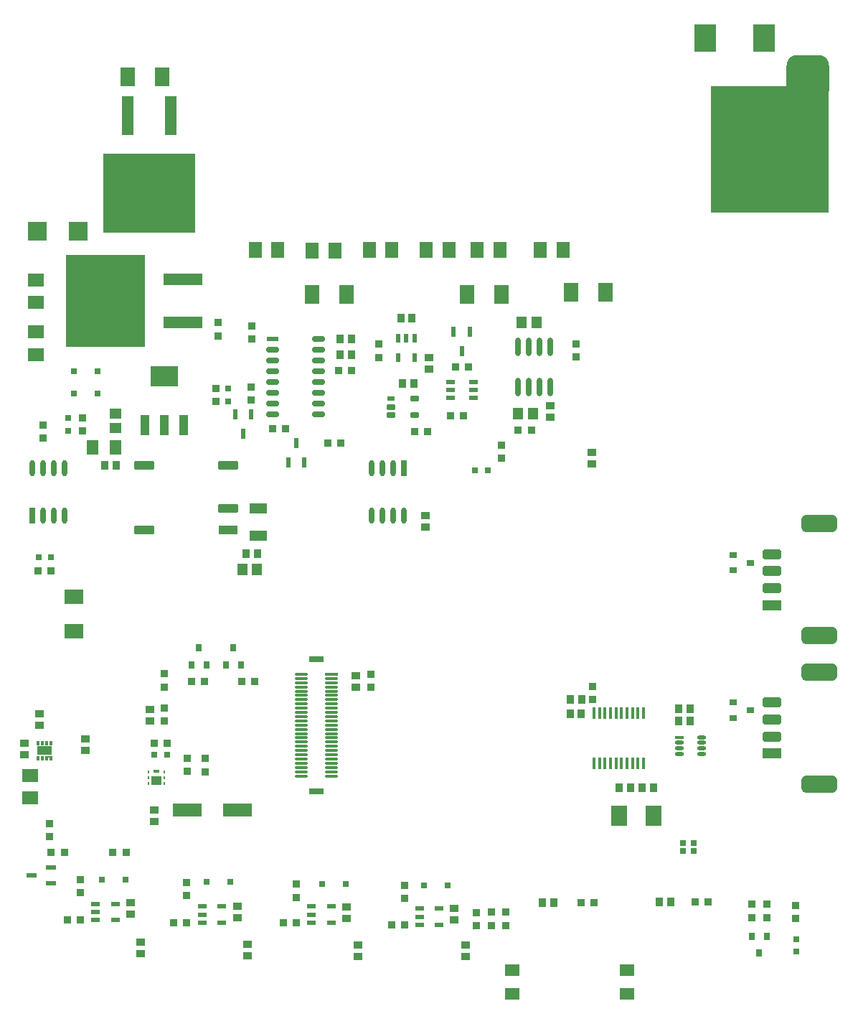
<source format=gtp>
G04*
G04 #@! TF.GenerationSoftware,Altium Limited,Altium Designer,19.1.7 (138)*
G04*
G04 Layer_Color=8421504*
%FSLAX25Y25*%
%MOIN*%
G70*
G01*
G75*
G04:AMPARAMS|DCode=17|XSize=196.85mil|YSize=216.54mil|CornerRadius=49.21mil|HoleSize=0mil|Usage=FLASHONLY|Rotation=0.000|XOffset=0mil|YOffset=0mil|HoleType=Round|Shape=RoundedRectangle|*
%AMROUNDEDRECTD17*
21,1,0.19685,0.11811,0,0,0.0*
21,1,0.09843,0.21654,0,0,0.0*
1,1,0.09843,0.04921,-0.05906*
1,1,0.09843,-0.04921,-0.05906*
1,1,0.09843,-0.04921,0.05906*
1,1,0.09843,0.04921,0.05906*
%
%ADD17ROUNDEDRECTD17*%
G04:AMPARAMS|DCode=18|XSize=78.74mil|YSize=165.35mil|CornerRadius=19.68mil|HoleSize=0mil|Usage=FLASHONLY|Rotation=90.000|XOffset=0mil|YOffset=0mil|HoleType=Round|Shape=RoundedRectangle|*
%AMROUNDEDRECTD18*
21,1,0.07874,0.12598,0,0,90.0*
21,1,0.03937,0.16535,0,0,90.0*
1,1,0.03937,0.06299,0.01968*
1,1,0.03937,0.06299,-0.01968*
1,1,0.03937,-0.06299,-0.01968*
1,1,0.03937,-0.06299,0.01968*
%
%ADD18ROUNDEDRECTD18*%
G04:AMPARAMS|DCode=19|XSize=47.24mil|YSize=86.61mil|CornerRadius=11.81mil|HoleSize=0mil|Usage=FLASHONLY|Rotation=90.000|XOffset=0mil|YOffset=0mil|HoleType=Round|Shape=RoundedRectangle|*
%AMROUNDEDRECTD19*
21,1,0.04724,0.06299,0,0,90.0*
21,1,0.02362,0.08661,0,0,90.0*
1,1,0.02362,0.03150,0.01181*
1,1,0.02362,0.03150,-0.01181*
1,1,0.02362,-0.03150,-0.01181*
1,1,0.02362,-0.03150,0.01181*
%
%ADD19ROUNDEDRECTD19*%
%ADD20R,0.08661X0.04724*%
%ADD21R,0.03937X0.03543*%
%ADD22R,0.13583X0.06102*%
%ADD23R,0.02520X0.02756*%
%ADD24R,0.03347X0.03347*%
%ADD25R,0.03150X0.03543*%
%ADD26R,0.55118X0.59055*%
%ADD27R,0.07087X0.03150*%
%ADD28O,0.06299X0.01181*%
%ADD29R,0.06299X0.01181*%
%ADD30R,0.07087X0.05512*%
%ADD31R,0.03543X0.03937*%
%ADD32R,0.04528X0.02362*%
%ADD33R,0.03347X0.03347*%
%ADD34R,0.03150X0.02756*%
%ADD35R,0.03150X0.03150*%
%ADD36R,0.02520X0.07480*%
%ADD37O,0.02520X0.07480*%
%ADD38R,0.04134X0.02362*%
%ADD39R,0.03150X0.03150*%
%ADD40R,0.09843X0.12992*%
%ADD41R,0.05315X0.18110*%
%ADD42R,0.42520X0.37008*%
%ADD43R,0.08504X0.08898*%
%ADD44R,0.07874X0.04724*%
%ADD45R,0.02362X0.04528*%
%ADD46R,0.03937X0.02362*%
%ADD47R,0.03543X0.03150*%
%ADD48R,0.01772X0.05709*%
%ADD49O,0.04331X0.01772*%
%ADD50R,0.04331X0.01772*%
%ADD51R,0.07480X0.09449*%
%ADD52R,0.08500X0.07000*%
%ADD53R,0.07284X0.05906*%
%ADD54R,0.37008X0.42520*%
%ADD55R,0.18110X0.05315*%
%ADD56R,0.07000X0.08500*%
%ADD57R,0.05906X0.07284*%
%ADD58R,0.04528X0.05512*%
%ADD59O,0.02362X0.08661*%
%ADD60R,0.03740X0.02362*%
G04:AMPARAMS|DCode=61|XSize=23.62mil|YSize=37.4mil|CornerRadius=2.95mil|HoleSize=0mil|Usage=FLASHONLY|Rotation=90.000|XOffset=0mil|YOffset=0mil|HoleType=Round|Shape=RoundedRectangle|*
%AMROUNDEDRECTD61*
21,1,0.02362,0.03150,0,0,90.0*
21,1,0.01772,0.03740,0,0,90.0*
1,1,0.00591,0.01575,0.00886*
1,1,0.00591,0.01575,-0.00886*
1,1,0.00591,-0.01575,-0.00886*
1,1,0.00591,-0.01575,0.00886*
%
%ADD61ROUNDEDRECTD61*%
%ADD62R,0.05709X0.02362*%
G04:AMPARAMS|DCode=63|XSize=23.62mil|YSize=57.09mil|CornerRadius=5.91mil|HoleSize=0mil|Usage=FLASHONLY|Rotation=90.000|XOffset=0mil|YOffset=0mil|HoleType=Round|Shape=RoundedRectangle|*
%AMROUNDEDRECTD63*
21,1,0.02362,0.04528,0,0,90.0*
21,1,0.01181,0.05709,0,0,90.0*
1,1,0.01181,0.02264,0.00591*
1,1,0.01181,0.02264,-0.00591*
1,1,0.01181,-0.02264,-0.00591*
1,1,0.01181,-0.02264,0.00591*
%
%ADD63ROUNDEDRECTD63*%
%ADD64R,0.12992X0.09449*%
%ADD65R,0.03937X0.09449*%
%ADD66R,0.05512X0.04528*%
G04:AMPARAMS|DCode=67|XSize=39.37mil|YSize=90.16mil|CornerRadius=3.94mil|HoleSize=0mil|Usage=FLASHONLY|Rotation=90.000|XOffset=0mil|YOffset=0mil|HoleType=Round|Shape=RoundedRectangle|*
%AMROUNDEDRECTD67*
21,1,0.03937,0.08228,0,0,90.0*
21,1,0.03150,0.09016,0,0,90.0*
1,1,0.00787,0.04114,0.01575*
1,1,0.00787,0.04114,-0.01575*
1,1,0.00787,-0.04114,-0.01575*
1,1,0.00787,-0.04114,0.01575*
%
%ADD67ROUNDEDRECTD67*%
%ADD68R,0.09016X0.03937*%
%ADD69R,0.05512X0.07087*%
%ADD70R,0.03150X0.00787*%
%ADD71R,0.01181X0.01968*%
%ADD72R,0.06693X0.03937*%
%ADD73R,0.02362X0.04134*%
%ADD74R,0.03110X0.01181*%
%ADD75R,0.00984X0.01575*%
%ADD76R,0.04724X0.03937*%
D17*
X368504Y359449D02*
D03*
D18*
X374016Y83661D02*
D03*
Y31693D02*
D03*
Y152559D02*
D03*
Y100591D02*
D03*
D19*
X352047Y69488D02*
D03*
Y61614D02*
D03*
Y53740D02*
D03*
Y138386D02*
D03*
Y130512D02*
D03*
Y122638D02*
D03*
D20*
Y45866D02*
D03*
Y114764D02*
D03*
D21*
X204134Y-26063D02*
D03*
Y-31378D02*
D03*
X154391Y-25276D02*
D03*
Y-30591D02*
D03*
X103482Y-25079D02*
D03*
Y-30394D02*
D03*
X53892Y-23442D02*
D03*
Y-28757D02*
D03*
X209646Y-43071D02*
D03*
Y-48386D02*
D03*
X159449Y-43071D02*
D03*
Y-48386D02*
D03*
X58504Y-41634D02*
D03*
Y-46949D02*
D03*
X268110Y185630D02*
D03*
Y180315D02*
D03*
X108268Y-42618D02*
D03*
Y-47933D02*
D03*
X190945Y156319D02*
D03*
Y151004D02*
D03*
X158465Y76772D02*
D03*
Y82087D02*
D03*
X64961Y19685D02*
D03*
Y14370D02*
D03*
X62992Y61024D02*
D03*
Y66338D02*
D03*
X32809Y47244D02*
D03*
Y52559D02*
D03*
X249016Y201870D02*
D03*
Y207185D02*
D03*
X4724Y45445D02*
D03*
Y50760D02*
D03*
X11713Y64449D02*
D03*
Y59134D02*
D03*
X192669Y229626D02*
D03*
Y224311D02*
D03*
D22*
X103482Y19685D02*
D03*
X80254D02*
D03*
D23*
X315748Y4291D02*
D03*
Y591D02*
D03*
X310433Y4291D02*
D03*
Y591D02*
D03*
D24*
X362972Y-24527D02*
D03*
Y-30629D02*
D03*
X79900Y-20055D02*
D03*
Y-13952D02*
D03*
X221457Y-33937D02*
D03*
Y-27835D02*
D03*
X228346D02*
D03*
Y-33937D02*
D03*
X214567Y-27933D02*
D03*
Y-34035D02*
D03*
X349587Y-30215D02*
D03*
Y-24113D02*
D03*
X30610Y-18855D02*
D03*
Y-12752D02*
D03*
X181344Y-21433D02*
D03*
Y-15330D02*
D03*
X131004Y-20906D02*
D03*
Y-14803D02*
D03*
X13181Y192362D02*
D03*
Y198465D02*
D03*
X16339Y7256D02*
D03*
Y13358D02*
D03*
X342501Y-24113D02*
D03*
Y-30215D02*
D03*
X110039Y215965D02*
D03*
Y209862D02*
D03*
X226378Y189075D02*
D03*
Y182972D02*
D03*
X268457Y77129D02*
D03*
Y71027D02*
D03*
X165748Y82780D02*
D03*
Y76677D02*
D03*
X80254Y43661D02*
D03*
Y37559D02*
D03*
X69510Y82874D02*
D03*
Y76772D02*
D03*
Y67126D02*
D03*
Y61024D02*
D03*
X260827Y236024D02*
D03*
Y229921D02*
D03*
X110236Y238287D02*
D03*
Y244390D02*
D03*
X93504Y215300D02*
D03*
Y209198D02*
D03*
X31496Y201614D02*
D03*
Y195512D02*
D03*
X169291Y235827D02*
D03*
Y229724D02*
D03*
X88484Y43563D02*
D03*
Y37461D02*
D03*
X94587Y239803D02*
D03*
Y245905D02*
D03*
D25*
X85728Y94882D02*
D03*
X89272Y87008D02*
D03*
X82185D02*
D03*
X101714Y94882D02*
D03*
X105257Y87008D02*
D03*
X98170D02*
D03*
X346044Y-46743D02*
D03*
X342501Y-38869D02*
D03*
X349587D02*
D03*
D26*
X350787Y326378D02*
D03*
D27*
X140190Y89764D02*
D03*
Y28346D02*
D03*
D28*
X133104Y82677D02*
D03*
Y80708D02*
D03*
Y78740D02*
D03*
Y76771D02*
D03*
Y74803D02*
D03*
Y72834D02*
D03*
Y70866D02*
D03*
Y68897D02*
D03*
Y66929D02*
D03*
Y64960D02*
D03*
Y62992D02*
D03*
Y61023D02*
D03*
Y59055D02*
D03*
Y57086D02*
D03*
Y55118D02*
D03*
Y53149D02*
D03*
Y51181D02*
D03*
Y49213D02*
D03*
Y47244D02*
D03*
Y45276D02*
D03*
Y43307D02*
D03*
Y41339D02*
D03*
Y39370D02*
D03*
Y37402D02*
D03*
Y35433D02*
D03*
X147277D02*
D03*
Y37402D02*
D03*
Y39370D02*
D03*
Y41339D02*
D03*
Y43307D02*
D03*
Y45276D02*
D03*
Y47244D02*
D03*
Y49213D02*
D03*
Y51181D02*
D03*
Y53149D02*
D03*
Y55118D02*
D03*
Y57086D02*
D03*
Y59055D02*
D03*
Y61023D02*
D03*
Y62992D02*
D03*
Y64960D02*
D03*
Y66929D02*
D03*
Y68897D02*
D03*
Y70866D02*
D03*
Y72834D02*
D03*
Y74803D02*
D03*
Y76771D02*
D03*
Y78740D02*
D03*
Y80708D02*
D03*
D29*
Y82677D02*
D03*
D30*
X231102Y-65610D02*
D03*
Y-54783D02*
D03*
X284533Y-65610D02*
D03*
Y-54783D02*
D03*
D31*
X304917Y-23050D02*
D03*
X299602D02*
D03*
X250492Y-23282D02*
D03*
X245177D02*
D03*
X263484Y70866D02*
D03*
X258169D02*
D03*
X263414Y64464D02*
D03*
X258099D02*
D03*
X308661Y66594D02*
D03*
X313976D02*
D03*
X308661Y61024D02*
D03*
X313976D02*
D03*
X291691Y29985D02*
D03*
X297006D02*
D03*
X286108D02*
D03*
X280793D02*
D03*
X180413Y217520D02*
D03*
X185728D02*
D03*
X151296Y231083D02*
D03*
X156611D02*
D03*
Y238287D02*
D03*
X151296D02*
D03*
X41929Y179606D02*
D03*
X47244D02*
D03*
X107579Y138779D02*
D03*
X112894D02*
D03*
X179429Y248031D02*
D03*
X184744D02*
D03*
D32*
X16831Y-14499D02*
D03*
Y-7019D02*
D03*
X7972Y-10759D02*
D03*
D33*
X175242Y-33642D02*
D03*
X181344D02*
D03*
X124902Y-32658D02*
D03*
X131004D02*
D03*
X73864Y-32744D02*
D03*
X79966D02*
D03*
X17016Y0D02*
D03*
X23118D02*
D03*
X51772Y0D02*
D03*
X45669D02*
D03*
X24508Y-31476D02*
D03*
X30610D02*
D03*
X105552Y79331D02*
D03*
X111654D02*
D03*
X88386D02*
D03*
X82284D02*
D03*
X322244Y-23050D02*
D03*
X316142D02*
D03*
X269250Y-23282D02*
D03*
X263148D02*
D03*
X208543Y202756D02*
D03*
X202441D02*
D03*
X185827Y195177D02*
D03*
X191929D02*
D03*
X210866Y225394D02*
D03*
X204764D02*
D03*
X10912Y130512D02*
D03*
X17014D02*
D03*
X240158Y195866D02*
D03*
X234055D02*
D03*
X119861Y196667D02*
D03*
X125963D02*
D03*
X151673Y189961D02*
D03*
X145571D02*
D03*
X150509Y223583D02*
D03*
X156611D02*
D03*
X71063Y50806D02*
D03*
X64961D02*
D03*
D34*
X51727Y-12728D02*
D03*
X40703D02*
D03*
X100336Y-13780D02*
D03*
X89312D02*
D03*
X201358Y-15232D02*
D03*
X190334D02*
D03*
X154035Y-14705D02*
D03*
X143012D02*
D03*
X38681Y223287D02*
D03*
X27657D02*
D03*
X38681Y212913D02*
D03*
X27657D02*
D03*
D35*
X363110Y-40267D02*
D03*
Y-46172D02*
D03*
X99410Y215300D02*
D03*
Y209395D02*
D03*
X25092Y201575D02*
D03*
Y195669D02*
D03*
D36*
X8180Y156319D02*
D03*
X180861Y178327D02*
D03*
D37*
X13181Y156319D02*
D03*
X18180D02*
D03*
X23180D02*
D03*
X8180Y178327D02*
D03*
X13181D02*
D03*
X18180D02*
D03*
X23180D02*
D03*
X165861Y156319D02*
D03*
X170861D02*
D03*
X175861D02*
D03*
X180861D02*
D03*
X165861Y178327D02*
D03*
X170861D02*
D03*
X175861D02*
D03*
D38*
X197323Y-26161D02*
D03*
Y-33642D02*
D03*
X188268D02*
D03*
Y-29902D02*
D03*
Y-26161D02*
D03*
X46806Y-23996D02*
D03*
Y-31476D02*
D03*
X37750D02*
D03*
Y-27736D02*
D03*
Y-23996D02*
D03*
X96156Y-25177D02*
D03*
Y-32658D02*
D03*
X87101D02*
D03*
Y-28917D02*
D03*
Y-25177D02*
D03*
X147100D02*
D03*
Y-32658D02*
D03*
X138045D02*
D03*
Y-28917D02*
D03*
Y-25177D02*
D03*
D39*
X213972Y177205D02*
D03*
X219878D02*
D03*
X17014Y136850D02*
D03*
X11108D02*
D03*
X70866Y45276D02*
D03*
X64961D02*
D03*
D40*
X348228Y377953D02*
D03*
X321063D02*
D03*
D41*
X72636Y341929D02*
D03*
X52636D02*
D03*
D42*
X62636Y305906D02*
D03*
D43*
X29726Y288189D02*
D03*
X10431D02*
D03*
D44*
X113189Y159606D02*
D03*
Y147008D02*
D03*
D45*
X211555Y241516D02*
D03*
X204075D02*
D03*
X207815Y232658D02*
D03*
X109941Y203287D02*
D03*
X102461D02*
D03*
X106201Y194429D02*
D03*
X127165Y181102D02*
D03*
X134646D02*
D03*
X130905Y189961D02*
D03*
D46*
X202441Y210827D02*
D03*
Y214567D02*
D03*
Y218307D02*
D03*
X213189D02*
D03*
Y214567D02*
D03*
Y210827D02*
D03*
D47*
X341929Y134449D02*
D03*
X334055Y137992D02*
D03*
Y130905D02*
D03*
X334055Y69488D02*
D03*
Y62402D02*
D03*
X341929Y65945D02*
D03*
D48*
X292281Y64567D02*
D03*
X289722D02*
D03*
X287163D02*
D03*
X284604D02*
D03*
X282045D02*
D03*
X279486D02*
D03*
X276927D02*
D03*
X274368D02*
D03*
X271809D02*
D03*
X269250D02*
D03*
X292281Y41339D02*
D03*
X289722D02*
D03*
X287163D02*
D03*
X284604D02*
D03*
X282045D02*
D03*
X279486D02*
D03*
X276927D02*
D03*
X274368D02*
D03*
X271809D02*
D03*
X269250D02*
D03*
D49*
X319193Y45768D02*
D03*
Y48327D02*
D03*
Y50886D02*
D03*
Y53445D02*
D03*
X308760Y45768D02*
D03*
Y48327D02*
D03*
Y50886D02*
D03*
D50*
Y53445D02*
D03*
D51*
X296935Y16938D02*
D03*
X280793D02*
D03*
D52*
X27559Y102563D02*
D03*
Y118563D02*
D03*
D53*
X9813Y231083D02*
D03*
Y241516D02*
D03*
Y255315D02*
D03*
Y265748D02*
D03*
X7324Y35702D02*
D03*
Y25269D02*
D03*
D54*
X42323Y255906D02*
D03*
D55*
X78347Y265905D02*
D03*
Y245905D02*
D03*
D56*
X68636Y360034D02*
D03*
X52636D02*
D03*
X210347Y258858D02*
D03*
X226347D02*
D03*
X274573Y259842D02*
D03*
X258573D02*
D03*
X154206Y259071D02*
D03*
X138206D02*
D03*
D57*
X122343Y279527D02*
D03*
X111909D02*
D03*
X148836Y279232D02*
D03*
X138403D02*
D03*
X175329Y279527D02*
D03*
X164896D02*
D03*
X191389D02*
D03*
X201822D02*
D03*
X215021D02*
D03*
X225454D02*
D03*
X244376D02*
D03*
X254809D02*
D03*
D58*
X240945Y203740D02*
D03*
X234055D02*
D03*
X105807Y131421D02*
D03*
X112697D02*
D03*
X242500Y245866D02*
D03*
X235610D02*
D03*
D59*
X234055Y215866D02*
D03*
X239055D02*
D03*
X244055D02*
D03*
X249055D02*
D03*
X234055Y234764D02*
D03*
X239055D02*
D03*
X244055D02*
D03*
X249055D02*
D03*
D60*
X175000Y210551D02*
D03*
D61*
Y206811D02*
D03*
Y203071D02*
D03*
X185827Y210551D02*
D03*
Y203071D02*
D03*
D62*
X119861Y238287D02*
D03*
D63*
Y233287D02*
D03*
Y228287D02*
D03*
Y223287D02*
D03*
Y218287D02*
D03*
Y213287D02*
D03*
Y208287D02*
D03*
Y203287D02*
D03*
X141317Y238287D02*
D03*
Y233287D02*
D03*
Y228287D02*
D03*
Y223287D02*
D03*
Y218287D02*
D03*
Y213287D02*
D03*
Y208287D02*
D03*
Y203287D02*
D03*
D64*
X69510Y221063D02*
D03*
D65*
X78565Y198228D02*
D03*
X69510D02*
D03*
X60455D02*
D03*
D66*
X46969Y203740D02*
D03*
Y196850D02*
D03*
D67*
X99213Y179606D02*
D03*
Y159606D02*
D03*
X60197Y149606D02*
D03*
Y179606D02*
D03*
D68*
X99213Y149606D02*
D03*
D69*
X46969Y187992D02*
D03*
X36142D02*
D03*
D70*
X15945Y44291D02*
D03*
D71*
X11024Y50787D02*
D03*
X12992D02*
D03*
X14961D02*
D03*
X16929D02*
D03*
Y43701D02*
D03*
X14961D02*
D03*
X12992D02*
D03*
X11024D02*
D03*
D72*
X13976Y47244D02*
D03*
D73*
X185827Y229724D02*
D03*
X178347D02*
D03*
Y238779D02*
D03*
X182087D02*
D03*
X185827D02*
D03*
D74*
X65868Y37559D02*
D03*
D75*
X69510Y32087D02*
D03*
Y34646D02*
D03*
Y37205D02*
D03*
X62226D02*
D03*
Y34646D02*
D03*
Y32087D02*
D03*
D76*
X65868Y33465D02*
D03*
M02*

</source>
